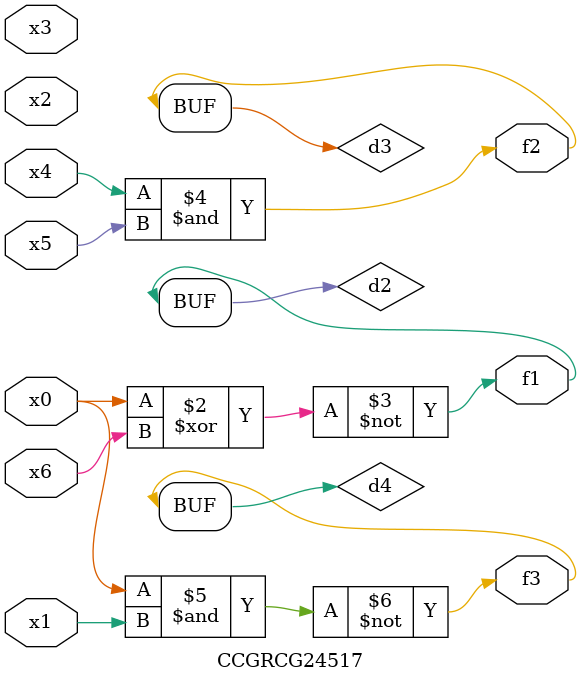
<source format=v>
module CCGRCG24517(
	input x0, x1, x2, x3, x4, x5, x6,
	output f1, f2, f3
);

	wire d1, d2, d3, d4;

	nor (d1, x0);
	xnor (d2, x0, x6);
	and (d3, x4, x5);
	nand (d4, x0, x1);
	assign f1 = d2;
	assign f2 = d3;
	assign f3 = d4;
endmodule

</source>
